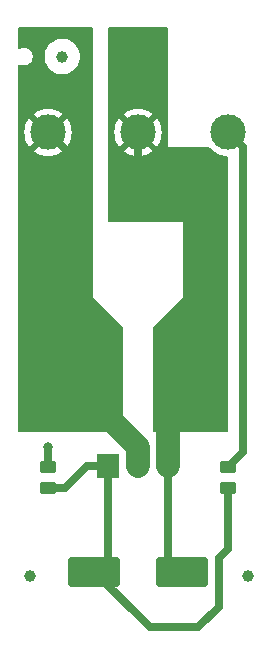
<source format=gbr>
%TF.GenerationSoftware,KiCad,Pcbnew,8.0.0-rc1-51-gba6979a274-dirty*%
%TF.CreationDate,2024-02-05T11:37:42+01:00*%
%TF.ProjectId,Einschaltstrombegrenzung,45696e73-6368-4616-9c74-7374726f6d62,rev?*%
%TF.SameCoordinates,Original*%
%TF.FileFunction,Copper,L1,Top*%
%TF.FilePolarity,Positive*%
%FSLAX46Y46*%
G04 Gerber Fmt 4.6, Leading zero omitted, Abs format (unit mm)*
G04 Created by KiCad (PCBNEW 8.0.0-rc1-51-gba6979a274-dirty) date 2024-02-05 11:37:42*
%MOMM*%
%LPD*%
G01*
G04 APERTURE LIST*
G04 Aperture macros list*
%AMRoundRect*
0 Rectangle with rounded corners*
0 $1 Rounding radius*
0 $2 $3 $4 $5 $6 $7 $8 $9 X,Y pos of 4 corners*
0 Add a 4 corners polygon primitive as box body*
4,1,4,$2,$3,$4,$5,$6,$7,$8,$9,$2,$3,0*
0 Add four circle primitives for the rounded corners*
1,1,$1+$1,$2,$3*
1,1,$1+$1,$4,$5*
1,1,$1+$1,$6,$7*
1,1,$1+$1,$8,$9*
0 Add four rect primitives between the rounded corners*
20,1,$1+$1,$2,$3,$4,$5,0*
20,1,$1+$1,$4,$5,$6,$7,0*
20,1,$1+$1,$6,$7,$8,$9,0*
20,1,$1+$1,$8,$9,$2,$3,0*%
G04 Aperture macros list end*
%TA.AperFunction,SMDPad,CuDef*%
%ADD10C,1.000000*%
%TD*%
%TA.AperFunction,SMDPad,CuDef*%
%ADD11RoundRect,0.250000X-0.450000X0.262500X-0.450000X-0.262500X0.450000X-0.262500X0.450000X0.262500X0*%
%TD*%
%TA.AperFunction,SMDPad,CuDef*%
%ADD12RoundRect,0.250000X-1.950000X-1.000000X1.950000X-1.000000X1.950000X1.000000X-1.950000X1.000000X0*%
%TD*%
%TA.AperFunction,SMDPad,CuDef*%
%ADD13RoundRect,0.250000X0.450000X-0.262500X0.450000X0.262500X-0.450000X0.262500X-0.450000X-0.262500X0*%
%TD*%
%TA.AperFunction,ComponentPad*%
%ADD14O,1.905000X2.000000*%
%TD*%
%TA.AperFunction,ComponentPad*%
%ADD15R,1.905000X2.000000*%
%TD*%
%TA.AperFunction,ComponentPad*%
%ADD16C,3.000000*%
%TD*%
%TA.AperFunction,ViaPad*%
%ADD17C,0.800000*%
%TD*%
%TA.AperFunction,Conductor*%
%ADD18C,0.700000*%
%TD*%
%TA.AperFunction,Conductor*%
%ADD19C,0.250000*%
%TD*%
%TA.AperFunction,Conductor*%
%ADD20C,2.000000*%
%TD*%
G04 APERTURE END LIST*
D10*
%TO.P,FID3,*%
%TO.N,*%
X130750000Y-68500000D03*
%TD*%
%TO.P,FID2,*%
%TO.N,*%
X146500000Y-112500000D03*
%TD*%
%TO.P,FID1,*%
%TO.N,*%
X128000000Y-112500000D03*
%TD*%
D11*
%TO.P,R1,2*%
%TO.N,Net-(Q1-G)*%
X144780000Y-105052500D03*
%TO.P,R1,1*%
%TO.N,+24V*%
X144780000Y-103227500D03*
%TD*%
D12*
%TO.P,C1,2*%
%TO.N,GND*%
X140860000Y-112167500D03*
%TO.P,C1,1*%
%TO.N,Net-(Q1-G)*%
X133460000Y-112167500D03*
%TD*%
D13*
%TO.P,R2,2*%
%TO.N,GND*%
X129540000Y-103227500D03*
%TO.P,R2,1*%
%TO.N,Net-(Q1-G)*%
X129540000Y-105052500D03*
%TD*%
D14*
%TO.P,Q1,3,S*%
%TO.N,GND*%
X139700000Y-103210000D03*
%TO.P,Q1,2,D*%
%TO.N,GND1*%
X137160000Y-103210000D03*
D15*
%TO.P,Q1,1,G*%
%TO.N,Net-(Q1-G)*%
X134620000Y-103210000D03*
%TD*%
D16*
%TO.P,J2,3,Pin_3*%
%TO.N,GND1*%
X129540000Y-74930000D03*
%TO.P,J2,2,Pin_2*%
%TO.N,GND*%
X137160000Y-74930000D03*
%TO.P,J2,1,Pin_1*%
%TO.N,+24V*%
X144780000Y-74930000D03*
%TD*%
D17*
%TO.N,GND*%
X129540000Y-101600000D03*
%TD*%
D18*
%TO.N,Net-(Q1-G)*%
X144000000Y-115080000D02*
X142240000Y-116840000D01*
X138132500Y-116840000D02*
X133460000Y-112167500D01*
X144000000Y-111000000D02*
X144000000Y-115080000D01*
X144780000Y-110220000D02*
X144000000Y-111000000D01*
X142240000Y-116840000D02*
X138132500Y-116840000D01*
X144780000Y-105052500D02*
X144780000Y-110220000D01*
X130988750Y-105052500D02*
X132831250Y-103210000D01*
X129540000Y-105052500D02*
X130988750Y-105052500D01*
X132831250Y-103210000D02*
X134620000Y-103210000D01*
X134620000Y-111007500D02*
X134620000Y-103210000D01*
D19*
X133460000Y-112167500D02*
X134620000Y-111007500D01*
D18*
%TO.N,GND*%
X143510000Y-95250000D02*
X143510000Y-80010000D01*
X143510000Y-80010000D02*
X137160000Y-80010000D01*
X139700000Y-99060000D02*
X143510000Y-95250000D01*
X129540000Y-101600000D02*
X129540000Y-103227500D01*
X137160000Y-80010000D02*
X137160000Y-74930000D01*
X139700000Y-111007500D02*
X139700000Y-103210000D01*
D20*
X139700000Y-103210000D02*
X139700000Y-99060000D01*
D19*
X140860000Y-112167500D02*
X139700000Y-111007500D01*
D18*
%TO.N,+24V*%
X146050000Y-101957500D02*
X144780000Y-103227500D01*
X146050000Y-76200000D02*
X146050000Y-101957500D01*
X144780000Y-74930000D02*
X146050000Y-76200000D01*
D20*
%TO.N,GND1*%
X134620000Y-99060000D02*
X137160000Y-101600000D01*
D18*
X132080000Y-77470000D02*
X129540000Y-74930000D01*
X132080000Y-99060000D02*
X132080000Y-77470000D01*
D20*
X132080000Y-99060000D02*
X134620000Y-99060000D01*
X137160000Y-101600000D02*
X137160000Y-103210000D01*
%TD*%
%TA.AperFunction,Conductor*%
%TO.N,GND1*%
G36*
X133293039Y-66059685D02*
G01*
X133338794Y-66112489D01*
X133350000Y-66164000D01*
X133350000Y-88900000D01*
X135853681Y-91403681D01*
X135887166Y-91465004D01*
X135890000Y-91491362D01*
X135890000Y-100206000D01*
X135870315Y-100273039D01*
X135817511Y-100318794D01*
X135766000Y-100330000D01*
X127124000Y-100330000D01*
X127056961Y-100310315D01*
X127011206Y-100257511D01*
X127000000Y-100206000D01*
X127000000Y-74930001D01*
X127534891Y-74930001D01*
X127555300Y-75215362D01*
X127616109Y-75494895D01*
X127716091Y-75762958D01*
X127853191Y-76014038D01*
X127853196Y-76014046D01*
X127959882Y-76156561D01*
X127959883Y-76156562D01*
X128938958Y-75177487D01*
X128963978Y-75237890D01*
X129035112Y-75344351D01*
X129125649Y-75434888D01*
X129232110Y-75506022D01*
X129292511Y-75531041D01*
X128313436Y-76510115D01*
X128455960Y-76616807D01*
X128455961Y-76616808D01*
X128707042Y-76753908D01*
X128707041Y-76753908D01*
X128975104Y-76853890D01*
X129254637Y-76914699D01*
X129539999Y-76935109D01*
X129540001Y-76935109D01*
X129825362Y-76914699D01*
X130104895Y-76853890D01*
X130372958Y-76753908D01*
X130624047Y-76616803D01*
X130766561Y-76510116D01*
X130766562Y-76510115D01*
X129787489Y-75531041D01*
X129847890Y-75506022D01*
X129954351Y-75434888D01*
X130044888Y-75344351D01*
X130116022Y-75237890D01*
X130141041Y-75177488D01*
X131120115Y-76156562D01*
X131120116Y-76156561D01*
X131226803Y-76014047D01*
X131363908Y-75762958D01*
X131463890Y-75494895D01*
X131524699Y-75215362D01*
X131545109Y-74930001D01*
X131545109Y-74929998D01*
X131524699Y-74644637D01*
X131463890Y-74365104D01*
X131363908Y-74097041D01*
X131226808Y-73845961D01*
X131226807Y-73845960D01*
X131120115Y-73703436D01*
X130141041Y-74682510D01*
X130116022Y-74622110D01*
X130044888Y-74515649D01*
X129954351Y-74425112D01*
X129847890Y-74353978D01*
X129787488Y-74328958D01*
X130766562Y-73349883D01*
X130766561Y-73349882D01*
X130624046Y-73243196D01*
X130624038Y-73243191D01*
X130372957Y-73106091D01*
X130372958Y-73106091D01*
X130104895Y-73006109D01*
X129825362Y-72945300D01*
X129540001Y-72924891D01*
X129539999Y-72924891D01*
X129254637Y-72945300D01*
X128975104Y-73006109D01*
X128707041Y-73106091D01*
X128455961Y-73243191D01*
X128455953Y-73243196D01*
X128313437Y-73349882D01*
X128313436Y-73349883D01*
X129292512Y-74328958D01*
X129232110Y-74353978D01*
X129125649Y-74425112D01*
X129035112Y-74515649D01*
X128963978Y-74622110D01*
X128938958Y-74682511D01*
X127959883Y-73703436D01*
X127959882Y-73703437D01*
X127853196Y-73845953D01*
X127853191Y-73845961D01*
X127716091Y-74097041D01*
X127616109Y-74365104D01*
X127555300Y-74644637D01*
X127534891Y-74929998D01*
X127534891Y-74930001D01*
X127000000Y-74930001D01*
X127000000Y-69290807D01*
X127019685Y-69223768D01*
X127072489Y-69178013D01*
X127141647Y-69168069D01*
X127171451Y-69176245D01*
X127281087Y-69221658D01*
X127281091Y-69221658D01*
X127281092Y-69221659D01*
X127426079Y-69250500D01*
X127426082Y-69250500D01*
X127573920Y-69250500D01*
X127671462Y-69231096D01*
X127718913Y-69221658D01*
X127824547Y-69177902D01*
X127855488Y-69165087D01*
X127855488Y-69165086D01*
X127855495Y-69165084D01*
X127978416Y-69082951D01*
X128082951Y-68978416D01*
X128165084Y-68855495D01*
X128221658Y-68718913D01*
X128250500Y-68573918D01*
X128250500Y-68500005D01*
X129244357Y-68500005D01*
X129264890Y-68747812D01*
X129264892Y-68747824D01*
X129325936Y-68988881D01*
X129425826Y-69216606D01*
X129561833Y-69424782D01*
X129561836Y-69424785D01*
X129730256Y-69607738D01*
X129926491Y-69760474D01*
X130145190Y-69878828D01*
X130380386Y-69959571D01*
X130625665Y-70000500D01*
X130874335Y-70000500D01*
X131119614Y-69959571D01*
X131354810Y-69878828D01*
X131573509Y-69760474D01*
X131769744Y-69607738D01*
X131938164Y-69424785D01*
X132074173Y-69216607D01*
X132174063Y-68988881D01*
X132235108Y-68747821D01*
X132237503Y-68718917D01*
X132255643Y-68500005D01*
X132255643Y-68499994D01*
X132235109Y-68252187D01*
X132235107Y-68252175D01*
X132174063Y-68011118D01*
X132074173Y-67783393D01*
X131938166Y-67575217D01*
X131916557Y-67551744D01*
X131769744Y-67392262D01*
X131573509Y-67239526D01*
X131573507Y-67239525D01*
X131573506Y-67239524D01*
X131354811Y-67121172D01*
X131354802Y-67121169D01*
X131119616Y-67040429D01*
X130874335Y-66999500D01*
X130625665Y-66999500D01*
X130380383Y-67040429D01*
X130145197Y-67121169D01*
X130145188Y-67121172D01*
X129926493Y-67239524D01*
X129730257Y-67392261D01*
X129561833Y-67575217D01*
X129425826Y-67783393D01*
X129325936Y-68011118D01*
X129264892Y-68252175D01*
X129264890Y-68252187D01*
X129244357Y-68499994D01*
X129244357Y-68500005D01*
X128250500Y-68500005D01*
X128250500Y-68426082D01*
X128250500Y-68426079D01*
X128221659Y-68281092D01*
X128221658Y-68281091D01*
X128221658Y-68281087D01*
X128209682Y-68252175D01*
X128165087Y-68144511D01*
X128165080Y-68144498D01*
X128082951Y-68021584D01*
X128082948Y-68021580D01*
X127978419Y-67917051D01*
X127978415Y-67917048D01*
X127855501Y-67834919D01*
X127855488Y-67834912D01*
X127718917Y-67778343D01*
X127718907Y-67778340D01*
X127573920Y-67749500D01*
X127573918Y-67749500D01*
X127426082Y-67749500D01*
X127426080Y-67749500D01*
X127281092Y-67778340D01*
X127281082Y-67778343D01*
X127171452Y-67823753D01*
X127101982Y-67831222D01*
X127039503Y-67799946D01*
X127003852Y-67739857D01*
X127000000Y-67709192D01*
X127000000Y-66164000D01*
X127019685Y-66096961D01*
X127072489Y-66051206D01*
X127124000Y-66040000D01*
X133226000Y-66040000D01*
X133293039Y-66059685D01*
G37*
%TD.AperFunction*%
%TD*%
%TA.AperFunction,Conductor*%
%TO.N,GND*%
G36*
X139643039Y-66059685D02*
G01*
X139688794Y-66112489D01*
X139700000Y-66164000D01*
X139700000Y-76200000D01*
X143170030Y-76200000D01*
X143237069Y-76219685D01*
X143260984Y-76240408D01*
X143261129Y-76240264D01*
X143263147Y-76242282D01*
X143263747Y-76242802D01*
X143264265Y-76243400D01*
X143466594Y-76445729D01*
X143466612Y-76445745D01*
X143695682Y-76617224D01*
X143695690Y-76617229D01*
X143946833Y-76754364D01*
X143946832Y-76754364D01*
X143946836Y-76754365D01*
X143946839Y-76754367D01*
X144214954Y-76854369D01*
X144214960Y-76854370D01*
X144214962Y-76854371D01*
X144494566Y-76915195D01*
X144494568Y-76915195D01*
X144494572Y-76915196D01*
X144664846Y-76927374D01*
X144730310Y-76951791D01*
X144772182Y-77007724D01*
X144780000Y-77051058D01*
X144780000Y-100206000D01*
X144760315Y-100273039D01*
X144707511Y-100318794D01*
X144656000Y-100330000D01*
X138554000Y-100330000D01*
X138486961Y-100310315D01*
X138441206Y-100257511D01*
X138430000Y-100206000D01*
X138430000Y-91491362D01*
X138449685Y-91424323D01*
X138466319Y-91403681D01*
X140970000Y-88900000D01*
X140970000Y-82550000D01*
X134744000Y-82550000D01*
X134676961Y-82530315D01*
X134631206Y-82477511D01*
X134620000Y-82426000D01*
X134620000Y-74930001D01*
X135154891Y-74930001D01*
X135175300Y-75215362D01*
X135236109Y-75494895D01*
X135336091Y-75762958D01*
X135473191Y-76014038D01*
X135473196Y-76014046D01*
X135579882Y-76156561D01*
X135579883Y-76156562D01*
X136558958Y-75177487D01*
X136583978Y-75237890D01*
X136655112Y-75344351D01*
X136745649Y-75434888D01*
X136852110Y-75506022D01*
X136912511Y-75531041D01*
X135933436Y-76510115D01*
X136075960Y-76616807D01*
X136075961Y-76616808D01*
X136327042Y-76753908D01*
X136327041Y-76753908D01*
X136595104Y-76853890D01*
X136874637Y-76914699D01*
X137159999Y-76935109D01*
X137160001Y-76935109D01*
X137445362Y-76914699D01*
X137724895Y-76853890D01*
X137992958Y-76753908D01*
X138244047Y-76616803D01*
X138386561Y-76510116D01*
X138386562Y-76510115D01*
X137407489Y-75531041D01*
X137467890Y-75506022D01*
X137574351Y-75434888D01*
X137664888Y-75344351D01*
X137736022Y-75237890D01*
X137761041Y-75177488D01*
X138740115Y-76156562D01*
X138740116Y-76156561D01*
X138846803Y-76014047D01*
X138983908Y-75762958D01*
X139083890Y-75494895D01*
X139144699Y-75215362D01*
X139165109Y-74930001D01*
X139165109Y-74929998D01*
X139144699Y-74644637D01*
X139083890Y-74365104D01*
X138983908Y-74097041D01*
X138846808Y-73845961D01*
X138846807Y-73845960D01*
X138740115Y-73703436D01*
X137761041Y-74682510D01*
X137736022Y-74622110D01*
X137664888Y-74515649D01*
X137574351Y-74425112D01*
X137467890Y-74353978D01*
X137407488Y-74328958D01*
X138386562Y-73349883D01*
X138386561Y-73349882D01*
X138244046Y-73243196D01*
X138244038Y-73243191D01*
X137992957Y-73106091D01*
X137992958Y-73106091D01*
X137724895Y-73006109D01*
X137445362Y-72945300D01*
X137160001Y-72924891D01*
X137159999Y-72924891D01*
X136874637Y-72945300D01*
X136595104Y-73006109D01*
X136327041Y-73106091D01*
X136075961Y-73243191D01*
X136075953Y-73243196D01*
X135933437Y-73349882D01*
X135933436Y-73349883D01*
X136912512Y-74328958D01*
X136852110Y-74353978D01*
X136745649Y-74425112D01*
X136655112Y-74515649D01*
X136583978Y-74622110D01*
X136558958Y-74682511D01*
X135579883Y-73703436D01*
X135579882Y-73703437D01*
X135473196Y-73845953D01*
X135473191Y-73845961D01*
X135336091Y-74097041D01*
X135236109Y-74365104D01*
X135175300Y-74644637D01*
X135154891Y-74929998D01*
X135154891Y-74930001D01*
X134620000Y-74930001D01*
X134620000Y-66164000D01*
X134639685Y-66096961D01*
X134692489Y-66051206D01*
X134744000Y-66040000D01*
X139576000Y-66040000D01*
X139643039Y-66059685D01*
G37*
%TD.AperFunction*%
%TD*%
M02*

</source>
